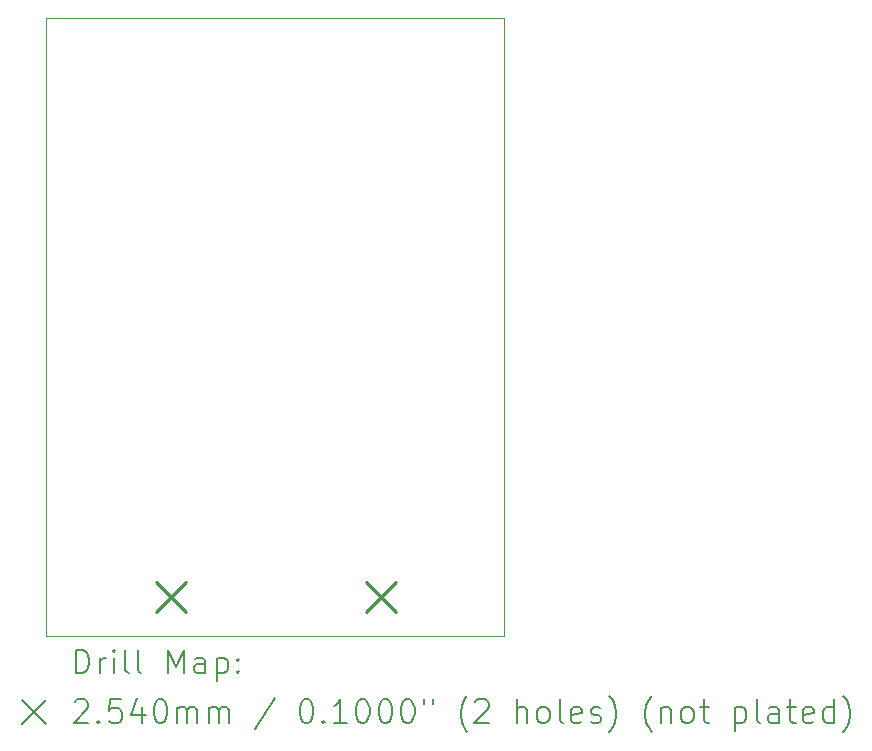
<source format=gbr>
%FSLAX45Y45*%
G04 Gerber Fmt 4.5, Leading zero omitted, Abs format (unit mm)*
G04 Created by KiCad (PCBNEW (6.0.1-0)) date 2022-01-24 10:29:00*
%MOMM*%
%LPD*%
G01*
G04 APERTURE LIST*
%TA.AperFunction,Profile*%
%ADD10C,0.100000*%
%TD*%
%ADD11C,0.200000*%
%ADD12C,0.254000*%
G04 APERTURE END LIST*
D10*
X8318500Y-16979900D02*
X4445000Y-16979900D01*
X4445000Y-16979900D02*
X4445000Y-11747500D01*
X4445000Y-11747500D02*
X8318500Y-11747500D01*
X8318500Y-11747500D02*
X8318500Y-16979900D01*
D11*
D12*
X5377000Y-16519000D02*
X5631000Y-16773000D01*
X5631000Y-16519000D02*
X5377000Y-16773000D01*
X7155000Y-16519000D02*
X7409000Y-16773000D01*
X7409000Y-16519000D02*
X7155000Y-16773000D01*
D11*
X4697619Y-17295376D02*
X4697619Y-17095376D01*
X4745238Y-17095376D01*
X4773810Y-17104900D01*
X4792857Y-17123948D01*
X4802381Y-17142995D01*
X4811905Y-17181090D01*
X4811905Y-17209662D01*
X4802381Y-17247757D01*
X4792857Y-17266805D01*
X4773810Y-17285852D01*
X4745238Y-17295376D01*
X4697619Y-17295376D01*
X4897619Y-17295376D02*
X4897619Y-17162043D01*
X4897619Y-17200138D02*
X4907143Y-17181090D01*
X4916667Y-17171567D01*
X4935714Y-17162043D01*
X4954762Y-17162043D01*
X5021429Y-17295376D02*
X5021429Y-17162043D01*
X5021429Y-17095376D02*
X5011905Y-17104900D01*
X5021429Y-17114424D01*
X5030952Y-17104900D01*
X5021429Y-17095376D01*
X5021429Y-17114424D01*
X5145238Y-17295376D02*
X5126190Y-17285852D01*
X5116667Y-17266805D01*
X5116667Y-17095376D01*
X5250000Y-17295376D02*
X5230952Y-17285852D01*
X5221429Y-17266805D01*
X5221429Y-17095376D01*
X5478571Y-17295376D02*
X5478571Y-17095376D01*
X5545238Y-17238233D01*
X5611905Y-17095376D01*
X5611905Y-17295376D01*
X5792857Y-17295376D02*
X5792857Y-17190614D01*
X5783333Y-17171567D01*
X5764286Y-17162043D01*
X5726190Y-17162043D01*
X5707143Y-17171567D01*
X5792857Y-17285852D02*
X5773809Y-17295376D01*
X5726190Y-17295376D01*
X5707143Y-17285852D01*
X5697619Y-17266805D01*
X5697619Y-17247757D01*
X5707143Y-17228710D01*
X5726190Y-17219186D01*
X5773809Y-17219186D01*
X5792857Y-17209662D01*
X5888095Y-17162043D02*
X5888095Y-17362043D01*
X5888095Y-17171567D02*
X5907143Y-17162043D01*
X5945238Y-17162043D01*
X5964286Y-17171567D01*
X5973809Y-17181090D01*
X5983333Y-17200138D01*
X5983333Y-17257281D01*
X5973809Y-17276329D01*
X5964286Y-17285852D01*
X5945238Y-17295376D01*
X5907143Y-17295376D01*
X5888095Y-17285852D01*
X6069048Y-17276329D02*
X6078571Y-17285852D01*
X6069048Y-17295376D01*
X6059524Y-17285852D01*
X6069048Y-17276329D01*
X6069048Y-17295376D01*
X6069048Y-17171567D02*
X6078571Y-17181090D01*
X6069048Y-17190614D01*
X6059524Y-17181090D01*
X6069048Y-17171567D01*
X6069048Y-17190614D01*
X4240000Y-17524900D02*
X4440000Y-17724900D01*
X4440000Y-17524900D02*
X4240000Y-17724900D01*
X4688095Y-17534424D02*
X4697619Y-17524900D01*
X4716667Y-17515376D01*
X4764286Y-17515376D01*
X4783333Y-17524900D01*
X4792857Y-17534424D01*
X4802381Y-17553471D01*
X4802381Y-17572519D01*
X4792857Y-17601090D01*
X4678571Y-17715376D01*
X4802381Y-17715376D01*
X4888095Y-17696329D02*
X4897619Y-17705852D01*
X4888095Y-17715376D01*
X4878571Y-17705852D01*
X4888095Y-17696329D01*
X4888095Y-17715376D01*
X5078571Y-17515376D02*
X4983333Y-17515376D01*
X4973810Y-17610614D01*
X4983333Y-17601090D01*
X5002381Y-17591567D01*
X5050000Y-17591567D01*
X5069048Y-17601090D01*
X5078571Y-17610614D01*
X5088095Y-17629662D01*
X5088095Y-17677281D01*
X5078571Y-17696329D01*
X5069048Y-17705852D01*
X5050000Y-17715376D01*
X5002381Y-17715376D01*
X4983333Y-17705852D01*
X4973810Y-17696329D01*
X5259524Y-17582043D02*
X5259524Y-17715376D01*
X5211905Y-17505852D02*
X5164286Y-17648710D01*
X5288095Y-17648710D01*
X5402381Y-17515376D02*
X5421429Y-17515376D01*
X5440476Y-17524900D01*
X5450000Y-17534424D01*
X5459524Y-17553471D01*
X5469048Y-17591567D01*
X5469048Y-17639186D01*
X5459524Y-17677281D01*
X5450000Y-17696329D01*
X5440476Y-17705852D01*
X5421429Y-17715376D01*
X5402381Y-17715376D01*
X5383333Y-17705852D01*
X5373810Y-17696329D01*
X5364286Y-17677281D01*
X5354762Y-17639186D01*
X5354762Y-17591567D01*
X5364286Y-17553471D01*
X5373810Y-17534424D01*
X5383333Y-17524900D01*
X5402381Y-17515376D01*
X5554762Y-17715376D02*
X5554762Y-17582043D01*
X5554762Y-17601090D02*
X5564286Y-17591567D01*
X5583333Y-17582043D01*
X5611905Y-17582043D01*
X5630952Y-17591567D01*
X5640476Y-17610614D01*
X5640476Y-17715376D01*
X5640476Y-17610614D02*
X5650000Y-17591567D01*
X5669048Y-17582043D01*
X5697619Y-17582043D01*
X5716667Y-17591567D01*
X5726190Y-17610614D01*
X5726190Y-17715376D01*
X5821428Y-17715376D02*
X5821428Y-17582043D01*
X5821428Y-17601090D02*
X5830952Y-17591567D01*
X5850000Y-17582043D01*
X5878571Y-17582043D01*
X5897619Y-17591567D01*
X5907143Y-17610614D01*
X5907143Y-17715376D01*
X5907143Y-17610614D02*
X5916667Y-17591567D01*
X5935714Y-17582043D01*
X5964286Y-17582043D01*
X5983333Y-17591567D01*
X5992857Y-17610614D01*
X5992857Y-17715376D01*
X6383333Y-17505852D02*
X6211905Y-17762995D01*
X6640476Y-17515376D02*
X6659524Y-17515376D01*
X6678571Y-17524900D01*
X6688095Y-17534424D01*
X6697619Y-17553471D01*
X6707143Y-17591567D01*
X6707143Y-17639186D01*
X6697619Y-17677281D01*
X6688095Y-17696329D01*
X6678571Y-17705852D01*
X6659524Y-17715376D01*
X6640476Y-17715376D01*
X6621428Y-17705852D01*
X6611905Y-17696329D01*
X6602381Y-17677281D01*
X6592857Y-17639186D01*
X6592857Y-17591567D01*
X6602381Y-17553471D01*
X6611905Y-17534424D01*
X6621428Y-17524900D01*
X6640476Y-17515376D01*
X6792857Y-17696329D02*
X6802381Y-17705852D01*
X6792857Y-17715376D01*
X6783333Y-17705852D01*
X6792857Y-17696329D01*
X6792857Y-17715376D01*
X6992857Y-17715376D02*
X6878571Y-17715376D01*
X6935714Y-17715376D02*
X6935714Y-17515376D01*
X6916667Y-17543948D01*
X6897619Y-17562995D01*
X6878571Y-17572519D01*
X7116667Y-17515376D02*
X7135714Y-17515376D01*
X7154762Y-17524900D01*
X7164286Y-17534424D01*
X7173809Y-17553471D01*
X7183333Y-17591567D01*
X7183333Y-17639186D01*
X7173809Y-17677281D01*
X7164286Y-17696329D01*
X7154762Y-17705852D01*
X7135714Y-17715376D01*
X7116667Y-17715376D01*
X7097619Y-17705852D01*
X7088095Y-17696329D01*
X7078571Y-17677281D01*
X7069048Y-17639186D01*
X7069048Y-17591567D01*
X7078571Y-17553471D01*
X7088095Y-17534424D01*
X7097619Y-17524900D01*
X7116667Y-17515376D01*
X7307143Y-17515376D02*
X7326190Y-17515376D01*
X7345238Y-17524900D01*
X7354762Y-17534424D01*
X7364286Y-17553471D01*
X7373809Y-17591567D01*
X7373809Y-17639186D01*
X7364286Y-17677281D01*
X7354762Y-17696329D01*
X7345238Y-17705852D01*
X7326190Y-17715376D01*
X7307143Y-17715376D01*
X7288095Y-17705852D01*
X7278571Y-17696329D01*
X7269048Y-17677281D01*
X7259524Y-17639186D01*
X7259524Y-17591567D01*
X7269048Y-17553471D01*
X7278571Y-17534424D01*
X7288095Y-17524900D01*
X7307143Y-17515376D01*
X7497619Y-17515376D02*
X7516667Y-17515376D01*
X7535714Y-17524900D01*
X7545238Y-17534424D01*
X7554762Y-17553471D01*
X7564286Y-17591567D01*
X7564286Y-17639186D01*
X7554762Y-17677281D01*
X7545238Y-17696329D01*
X7535714Y-17705852D01*
X7516667Y-17715376D01*
X7497619Y-17715376D01*
X7478571Y-17705852D01*
X7469048Y-17696329D01*
X7459524Y-17677281D01*
X7450000Y-17639186D01*
X7450000Y-17591567D01*
X7459524Y-17553471D01*
X7469048Y-17534424D01*
X7478571Y-17524900D01*
X7497619Y-17515376D01*
X7640476Y-17515376D02*
X7640476Y-17553471D01*
X7716667Y-17515376D02*
X7716667Y-17553471D01*
X8011905Y-17791567D02*
X8002381Y-17782043D01*
X7983333Y-17753471D01*
X7973809Y-17734424D01*
X7964286Y-17705852D01*
X7954762Y-17658233D01*
X7954762Y-17620138D01*
X7964286Y-17572519D01*
X7973809Y-17543948D01*
X7983333Y-17524900D01*
X8002381Y-17496329D01*
X8011905Y-17486805D01*
X8078571Y-17534424D02*
X8088095Y-17524900D01*
X8107143Y-17515376D01*
X8154762Y-17515376D01*
X8173809Y-17524900D01*
X8183333Y-17534424D01*
X8192857Y-17553471D01*
X8192857Y-17572519D01*
X8183333Y-17601090D01*
X8069048Y-17715376D01*
X8192857Y-17715376D01*
X8430952Y-17715376D02*
X8430952Y-17515376D01*
X8516667Y-17715376D02*
X8516667Y-17610614D01*
X8507143Y-17591567D01*
X8488095Y-17582043D01*
X8459524Y-17582043D01*
X8440476Y-17591567D01*
X8430952Y-17601090D01*
X8640476Y-17715376D02*
X8621429Y-17705852D01*
X8611905Y-17696329D01*
X8602381Y-17677281D01*
X8602381Y-17620138D01*
X8611905Y-17601090D01*
X8621429Y-17591567D01*
X8640476Y-17582043D01*
X8669048Y-17582043D01*
X8688095Y-17591567D01*
X8697619Y-17601090D01*
X8707143Y-17620138D01*
X8707143Y-17677281D01*
X8697619Y-17696329D01*
X8688095Y-17705852D01*
X8669048Y-17715376D01*
X8640476Y-17715376D01*
X8821429Y-17715376D02*
X8802381Y-17705852D01*
X8792857Y-17686805D01*
X8792857Y-17515376D01*
X8973810Y-17705852D02*
X8954762Y-17715376D01*
X8916667Y-17715376D01*
X8897619Y-17705852D01*
X8888095Y-17686805D01*
X8888095Y-17610614D01*
X8897619Y-17591567D01*
X8916667Y-17582043D01*
X8954762Y-17582043D01*
X8973810Y-17591567D01*
X8983333Y-17610614D01*
X8983333Y-17629662D01*
X8888095Y-17648710D01*
X9059524Y-17705852D02*
X9078571Y-17715376D01*
X9116667Y-17715376D01*
X9135714Y-17705852D01*
X9145238Y-17686805D01*
X9145238Y-17677281D01*
X9135714Y-17658233D01*
X9116667Y-17648710D01*
X9088095Y-17648710D01*
X9069048Y-17639186D01*
X9059524Y-17620138D01*
X9059524Y-17610614D01*
X9069048Y-17591567D01*
X9088095Y-17582043D01*
X9116667Y-17582043D01*
X9135714Y-17591567D01*
X9211905Y-17791567D02*
X9221429Y-17782043D01*
X9240476Y-17753471D01*
X9250000Y-17734424D01*
X9259524Y-17705852D01*
X9269048Y-17658233D01*
X9269048Y-17620138D01*
X9259524Y-17572519D01*
X9250000Y-17543948D01*
X9240476Y-17524900D01*
X9221429Y-17496329D01*
X9211905Y-17486805D01*
X9573810Y-17791567D02*
X9564286Y-17782043D01*
X9545238Y-17753471D01*
X9535714Y-17734424D01*
X9526190Y-17705852D01*
X9516667Y-17658233D01*
X9516667Y-17620138D01*
X9526190Y-17572519D01*
X9535714Y-17543948D01*
X9545238Y-17524900D01*
X9564286Y-17496329D01*
X9573810Y-17486805D01*
X9650000Y-17582043D02*
X9650000Y-17715376D01*
X9650000Y-17601090D02*
X9659524Y-17591567D01*
X9678571Y-17582043D01*
X9707143Y-17582043D01*
X9726190Y-17591567D01*
X9735714Y-17610614D01*
X9735714Y-17715376D01*
X9859524Y-17715376D02*
X9840476Y-17705852D01*
X9830952Y-17696329D01*
X9821429Y-17677281D01*
X9821429Y-17620138D01*
X9830952Y-17601090D01*
X9840476Y-17591567D01*
X9859524Y-17582043D01*
X9888095Y-17582043D01*
X9907143Y-17591567D01*
X9916667Y-17601090D01*
X9926190Y-17620138D01*
X9926190Y-17677281D01*
X9916667Y-17696329D01*
X9907143Y-17705852D01*
X9888095Y-17715376D01*
X9859524Y-17715376D01*
X9983333Y-17582043D02*
X10059524Y-17582043D01*
X10011905Y-17515376D02*
X10011905Y-17686805D01*
X10021429Y-17705852D01*
X10040476Y-17715376D01*
X10059524Y-17715376D01*
X10278571Y-17582043D02*
X10278571Y-17782043D01*
X10278571Y-17591567D02*
X10297619Y-17582043D01*
X10335714Y-17582043D01*
X10354762Y-17591567D01*
X10364286Y-17601090D01*
X10373810Y-17620138D01*
X10373810Y-17677281D01*
X10364286Y-17696329D01*
X10354762Y-17705852D01*
X10335714Y-17715376D01*
X10297619Y-17715376D01*
X10278571Y-17705852D01*
X10488095Y-17715376D02*
X10469048Y-17705852D01*
X10459524Y-17686805D01*
X10459524Y-17515376D01*
X10650000Y-17715376D02*
X10650000Y-17610614D01*
X10640476Y-17591567D01*
X10621429Y-17582043D01*
X10583333Y-17582043D01*
X10564286Y-17591567D01*
X10650000Y-17705852D02*
X10630952Y-17715376D01*
X10583333Y-17715376D01*
X10564286Y-17705852D01*
X10554762Y-17686805D01*
X10554762Y-17667757D01*
X10564286Y-17648710D01*
X10583333Y-17639186D01*
X10630952Y-17639186D01*
X10650000Y-17629662D01*
X10716667Y-17582043D02*
X10792857Y-17582043D01*
X10745238Y-17515376D02*
X10745238Y-17686805D01*
X10754762Y-17705852D01*
X10773810Y-17715376D01*
X10792857Y-17715376D01*
X10935714Y-17705852D02*
X10916667Y-17715376D01*
X10878571Y-17715376D01*
X10859524Y-17705852D01*
X10850000Y-17686805D01*
X10850000Y-17610614D01*
X10859524Y-17591567D01*
X10878571Y-17582043D01*
X10916667Y-17582043D01*
X10935714Y-17591567D01*
X10945238Y-17610614D01*
X10945238Y-17629662D01*
X10850000Y-17648710D01*
X11116667Y-17715376D02*
X11116667Y-17515376D01*
X11116667Y-17705852D02*
X11097619Y-17715376D01*
X11059524Y-17715376D01*
X11040476Y-17705852D01*
X11030952Y-17696329D01*
X11021429Y-17677281D01*
X11021429Y-17620138D01*
X11030952Y-17601090D01*
X11040476Y-17591567D01*
X11059524Y-17582043D01*
X11097619Y-17582043D01*
X11116667Y-17591567D01*
X11192857Y-17791567D02*
X11202381Y-17782043D01*
X11221428Y-17753471D01*
X11230952Y-17734424D01*
X11240476Y-17705852D01*
X11250000Y-17658233D01*
X11250000Y-17620138D01*
X11240476Y-17572519D01*
X11230952Y-17543948D01*
X11221428Y-17524900D01*
X11202381Y-17496329D01*
X11192857Y-17486805D01*
M02*

</source>
